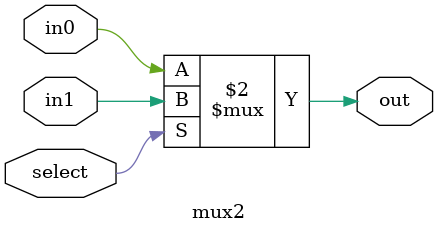
<source format=sv>
	
`timescale 1ns/1ps
`default_nettype none
/*
  Making 32 different inputs is annoying, so I use python:
  print(", ".join([f"in{i:02}" for i in range(32)]))
  The solutions will include comments for where I use python-generated HDL.
*/

module mux2(in0, in1, select, out);
	//parameter definitions
	parameter N = 1;
	//port definitions
  // python: print(", ".join([f"in{i:02}" for i in range(32)]))
	input  wire [(N-1):0] in0, in1;
	input  logic select;
	output logic [(N-1):0] out;

  always_comb out = select ? in1 : in0;

endmodule

</source>
